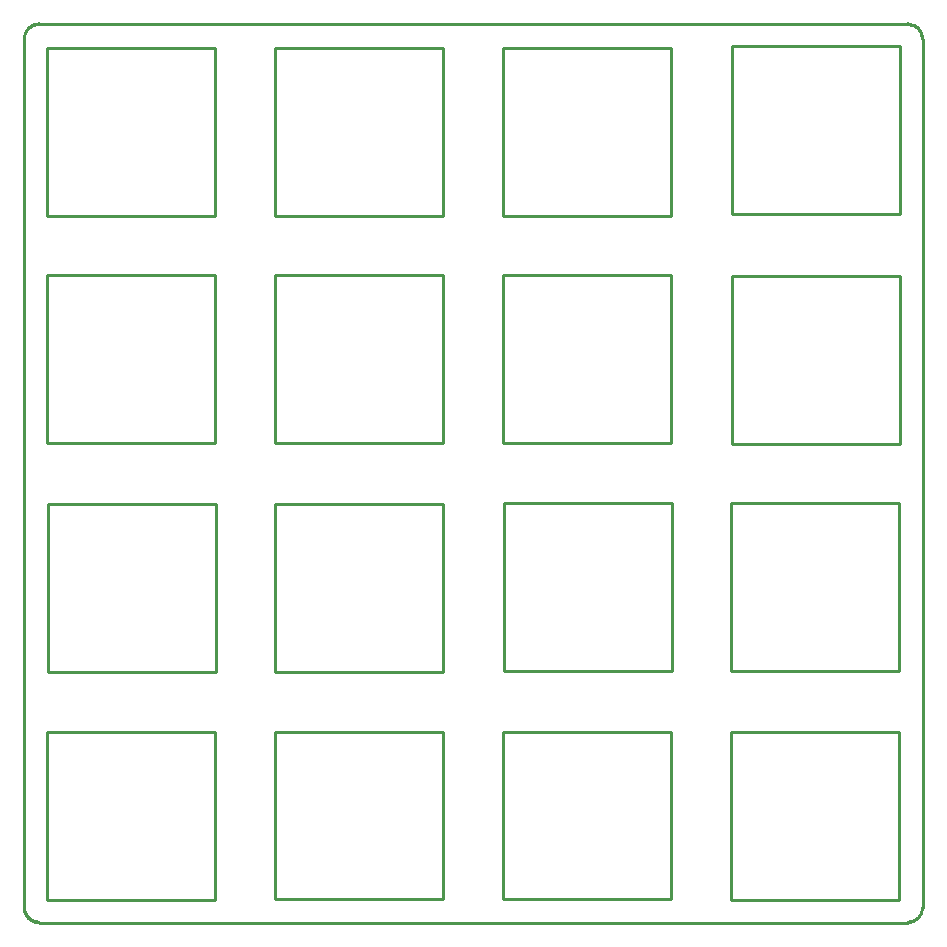
<source format=gko>
G04*
G04 #@! TF.GenerationSoftware,Altium Limited,Altium Designer,21.0.8 (223)*
G04*
G04 Layer_Color=16711935*
%FSLAX25Y25*%
%MOIN*%
G70*
G04*
G04 #@! TF.SameCoordinates,C61CC34B-293F-45D4-BFB8-299D7EEFD3E7*
G04*
G04*
G04 #@! TF.FilePolarity,Positive*
G04*
G01*
G75*
%ADD11C,0.01000*%
D11*
X6924Y301268D02*
G03*
X1924Y296268I0J-5000D01*
G01*
X301424D02*
G03*
X296424Y301268I-5000J0D01*
G01*
X1924Y6768D02*
G03*
X6924Y1768I5000J0D01*
G01*
X296424Y1768D02*
G03*
X301424Y6768I0J5000D01*
G01*
X296424Y1768D02*
G03*
X301424Y6768I0J5000D01*
G01*
X1924Y6768D02*
G03*
X6924Y1768I5000J0D01*
G01*
X301424Y296268D02*
G03*
X296424Y301268I-5000J0D01*
G01*
X6924D02*
G03*
X1924Y296268I0J-5000D01*
G01*
X296500Y2000D02*
G03*
X301500Y7000I0J5000D01*
G01*
X2000Y7000D02*
G03*
X7000Y2000I5000J0D01*
G01*
X301500Y296500D02*
G03*
X296500Y301500I-5000J0D01*
G01*
X7000D02*
G03*
X2000Y296500I0J-5000D01*
G01*
X6924Y301268D02*
X296424D01*
X301424Y6768D02*
Y296268D01*
X6924Y1768D02*
X296424Y1768D01*
X1924Y6768D02*
Y296268D01*
X9424Y9268D02*
Y65268D01*
Y9268D02*
X65424D01*
X9424Y65268D02*
X65424D01*
Y9268D02*
Y65268D01*
X161924Y141768D02*
X217924D01*
Y85768D02*
Y141768D01*
X161924Y85768D02*
X217924D01*
X161924D02*
Y141768D01*
X237424Y85768D02*
Y141768D01*
Y85768D02*
X293424D01*
Y141768D01*
X237424D02*
X293424D01*
X85424Y85268D02*
Y141268D01*
Y85268D02*
X141424D01*
Y141268D01*
X85424D02*
X141424D01*
X9924D02*
X65924D01*
Y85268D02*
Y141268D01*
X9924Y85268D02*
X65924D01*
X9924D02*
Y141268D01*
X237424Y9268D02*
Y65268D01*
Y9268D02*
X293424D01*
Y65268D01*
X237424D02*
X293424D01*
X9424Y293268D02*
X65424D01*
Y237268D02*
Y293268D01*
X9424Y237268D02*
X65424D01*
X9424D02*
Y293268D01*
Y217768D02*
X65424D01*
Y161768D02*
Y217768D01*
X9424Y161768D02*
X65424D01*
X9424D02*
Y217768D01*
X85424Y161768D02*
Y217768D01*
Y161768D02*
X141424D01*
Y217768D01*
X85424D02*
X141424D01*
X161424Y161768D02*
Y217768D01*
Y161768D02*
X217424D01*
Y217768D01*
X161424D02*
X217424D01*
X237924Y161268D02*
Y217268D01*
Y161268D02*
X293924D01*
Y217268D01*
X237924D02*
X293924D01*
X85424Y293268D02*
X141424D01*
Y237268D02*
Y293268D01*
X85424Y237268D02*
X141424D01*
X85424D02*
Y293268D01*
X161424D02*
X217424D01*
Y237268D02*
Y293268D01*
X161424Y237268D02*
X217424D01*
X161424D02*
Y293268D01*
X237758Y237947D02*
Y293947D01*
Y237947D02*
X293759D01*
Y293947D01*
X237758D02*
X293759D01*
X1924Y6768D02*
Y296268D01*
X6924Y1768D02*
X296424Y1768D01*
X301424Y6768D02*
Y296268D01*
X6924Y301268D02*
X296424D01*
X141424Y9768D02*
Y65268D01*
X85424D02*
X141424D01*
X85424Y9768D02*
X141424D01*
X85424D02*
Y65268D01*
X217424Y9768D02*
Y65268D01*
X161424D02*
X217424D01*
X161424Y9768D02*
X217424D01*
X161424D02*
Y65268D01*
M02*

</source>
